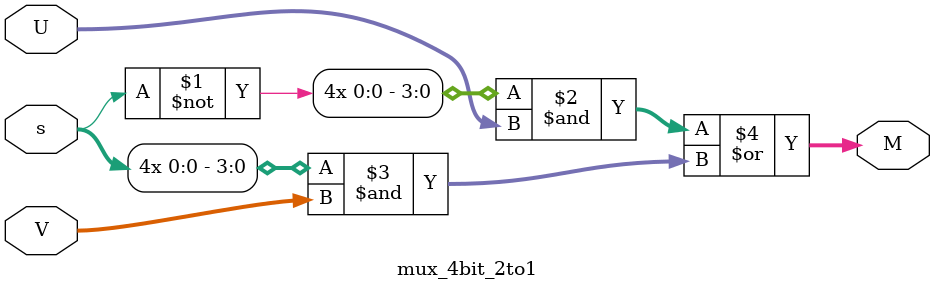
<source format=v>
module part5 (SW, LEDG, LEDR, HEX7, HEX6, HEX5, HEX4, HEX3, HEX2, HEX1, HEX0);
  input [17:0] SW;
  output [8:0] LEDR, LEDG;
  output [0:6] HEX7, HEX6, HEX5, HEX4, HEX3, HEX2, HEX1, HEX0;

  assign LEDR[8:0] = SW[8:0];
  assign HEX3 = 7'b1111111;
  
  // show inputs A and B
  b2d_7seg H7 (SW[15:12], HEX7);
  b2d_7seg H6 (SW[11:8], HEX6);
  b2d_7seg H5 (SW[7:4], HEX5);
  b2d_7seg H4 (SW[3:0], HEX4);

  // check for input errors
  wire e1, e2, e3, e4;

  comparator C0 (SW[3:0], e1);
  comparator C1 (SW[7:4], e2);
  comparator C2 (SW[11:8], e3);
  comparator C3 (SW[15:12], e4);

  assign LEDG[8] = e1 | e2 | e3 | e4;


  // sum decimal "ones"
  wire c1, c2, c3;
  wire [4:0] S0;

  fulladder FA0 (SW[0], SW[8], SW[16], S0[0], c1);
  fulladder FA1 (SW[1], SW[9], c1, S0[1], c2);
  fulladder FA2 (SW[2], SW[10], c2, S0[2], c3);
  fulladder FA3 (SW[3], SW[11], c3, S0[3], S0[4]);

  assign LEDG[3:0] = S0[3:0];
  
  wire z0;
  wire [3:0] A0, M0;

  comparator9 C4 (S0[4:0], z0);
  circuitA AA (S0[3:0], A0);
  mux_4bit_2to1 MUX0 (z0, S0[3:0], A0, M0);
  //circuitB BB (z, HEX1);
  b2d_7seg H0 (M0, HEX0);



  wire c4, c5, c6;
  wire [4:0] S1;

  fulladder FA4 (SW[4], SW[12], z0, S1[0], c4);
  fulladder FA5 (SW[5], SW[13], c4, S1[1], c5);
  fulladder FA6 (SW[6], SW[14], c5, S1[2], c6);
  fulladder FA7 (SW[7], SW[15], c6, S1[3], S1[4]);

  assign LEDG[7:4] = S1[3:0];

  wire z1;
  wire [3:0] A1, M1;

  comparator9 C5 (S1[4:0], z1);
  circuitA AB (S1[3:0], A1);
  mux_4bit_2to1 MUX1 (z1, S1[3:0], A1, M1);
  circuitB H2 (z1, HEX2);
  b2d_7seg H1 (M1, HEX1);


endmodule

module fulladder (a, b, ci, s, co);
  input a, b, ci;
  output co, s;

  wire d;

  assign d = a ^ b;
  assign s = d ^ ci;
  assign co = (b & ~d) | (d & ci);
endmodule





module b2d_7seg (X, SSD);
  input [3:0] X;
  output [0:6] SSD;

  assign SSD[0] = ((~X[3] & ~X[2] & ~X[1] &  X[0]) | (~X[3] &  X[2] & ~X[1] & ~X[0]));
  assign SSD[1] = ((~X[3] &  X[2] & ~X[1] &  X[0]) | (~X[3] &  X[2] &  X[1] & ~X[0]));
  assign SSD[2] =  (~X[3] & ~X[2] &  X[1] & ~X[0]);
  assign SSD[3] = ((~X[3] & ~X[2] & ~X[1] &  X[0]) | (~X[3] &  X[2] & ~X[1] & ~X[0]) | (~X[3] &  X[2] & X[1] & X[0]) | (X[3] & ~X[2] & ~X[1] & X[0]));
  assign SSD[4] = ~((~X[2] & ~X[0]) | (X[1] & ~X[0]));
  assign SSD[5] = ((~X[3] & ~X[2] & ~X[1] &  X[0]) | (~X[3] & ~X[2] &  X[1] & ~X[0]) | (~X[3] & ~X[2] & X[1] & X[0]) | (~X[3] & X[2] & X[1] & X[0]));
  assign SSD[6] = ((~X[3] & ~X[2] & ~X[1] &  X[0]) | (~X[3] & ~X[2] & ~X[1] & ~X[0]) | (~X[3] &  X[2] & X[1] & X[0]));
endmodule

// 4 bit >9 comparator
module comparator (V, z);
  input [3:0] V;
  output z;

  assign z = (V[3] & (V[2] | V[1]));
endmodule

// 5 bit >9 comparator
module comparator9 (V, z);
  input [4:0] V;
  output z;

  assign z = V[4] | ((V[3] & V[2]) | (V[3] & V[1]));
endmodule

module circuitA (V, A);
  input [3:0] V;
  output [3:0] A;

  assign A[0] = V[0];
  assign A[1] = ~V[1];
  assign A[2] = (~V[3] & ~V[1]) | (V[2] & V[1]);
  assign A[3] = (~V[3] & V[1]);
endmodule

module circuitB (z, SSD);
  input z;
  output [0:6] SSD;

  assign SSD[0] = z;
  assign SSD[1:2] = 2'b00;
  assign SSD[3:5] = {3{z}};
  assign SSD[6] = 1;
endmodule

module mux_4bit_2to1 (s, U, V, M);
  // if ~s, send U
  input s;
  input [3:0] U, V;
  output [3:0] M;

  assign M = ({4{~s}} & U) | ({4{s}} & V);
endmodule
</source>
